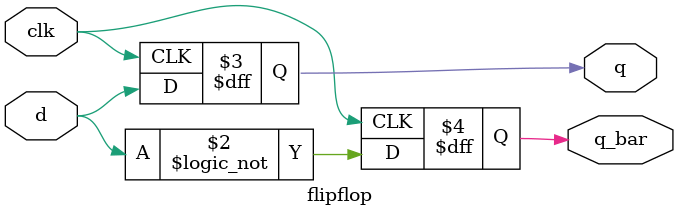
<source format=v>
module flipflop(d, clk, q, q_bar);

input d, clk;
output q, q_bar;
wire d, clk;
reg q, q_bar;

always @ (posedge clk)
begin
    q <= d;
    q_bar <= !d;
end

endmodule

</source>
